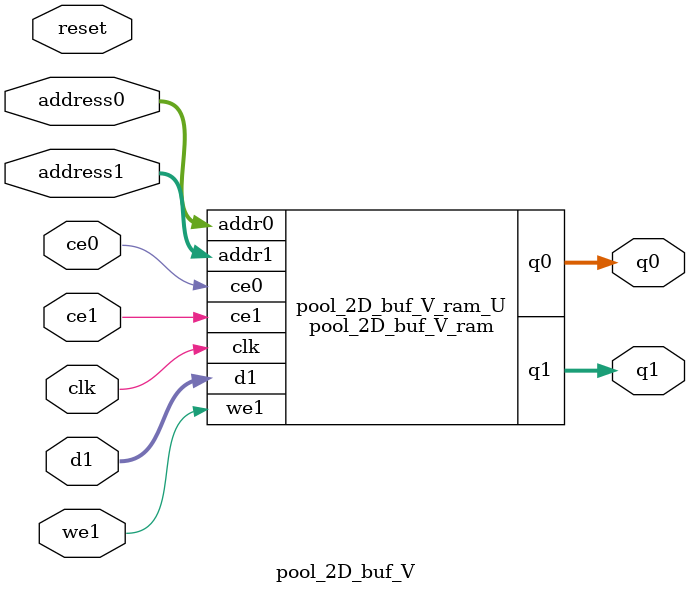
<source format=v>

`timescale 1 ns / 1 ps
module pool_2D_buf_V_ram (addr0, ce0, q0, addr1, ce1, d1, we1, q1,  clk);

parameter DWIDTH = 128;
parameter AWIDTH = 7;
parameter MEM_SIZE = 128;

input[AWIDTH-1:0] addr0;
input ce0;
output reg[DWIDTH-1:0] q0;
input[AWIDTH-1:0] addr1;
input ce1;
input[DWIDTH-1:0] d1;
input we1;
output reg[DWIDTH-1:0] q1;
input clk;

(* ram_style = "block" *)reg [DWIDTH-1:0] ram[0:MEM_SIZE-1];




always @(posedge clk)  
begin 
    if (ce0) 
    begin
            q0 <= ram[addr0];
    end
end


always @(posedge clk)  
begin 
    if (ce1) 
    begin
        if (we1) 
        begin 
            ram[addr1] <= d1; 
            q1 <= d1;
        end 
        else 
            q1 <= ram[addr1];
    end
end


endmodule


`timescale 1 ns / 1 ps
module pool_2D_buf_V(
    reset,
    clk,
    address0,
    ce0,
    q0,
    address1,
    ce1,
    we1,
    d1,
    q1);

parameter DataWidth = 32'd128;
parameter AddressRange = 32'd128;
parameter AddressWidth = 32'd7;
input reset;
input clk;
input[AddressWidth - 1:0] address0;
input ce0;
output[DataWidth - 1:0] q0;
input[AddressWidth - 1:0] address1;
input ce1;
input we1;
input[DataWidth - 1:0] d1;
output[DataWidth - 1:0] q1;



pool_2D_buf_V_ram pool_2D_buf_V_ram_U(
    .clk( clk ),
    .addr0( address0 ),
    .ce0( ce0 ),
    .q0( q0 ),
    .addr1( address1 ),
    .ce1( ce1 ),
    .d1( d1 ),
    .we1( we1 ),
    .q1( q1 ));

endmodule


</source>
